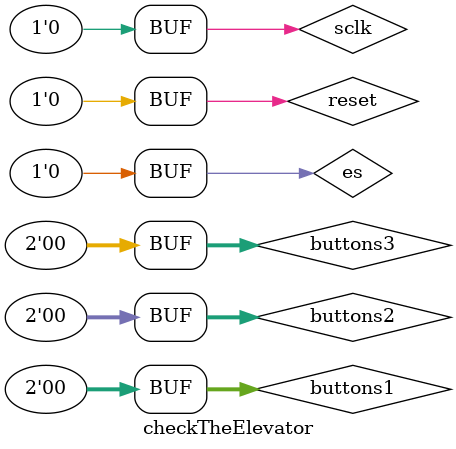
<source format=sv>
`timescale 1ns / 1ps


module checkTheElevator();
    logic es, reset, resetTimer;
    logic[1:0] buttons0, buttons1, buttons2, buttons3;
    logic [9:0] timer;
    logic [1:0] dirElevator;
    logic [2:0] onElevator;
    logic [1:0] posElevator;
    logic [3:0] waitFloor0, waitFloor1, waitFloor2, waitFloor3;
    logic [2:0] cS, nS;
    logic sclk;
    logic a,b,c,d,e,f,g,dp;
    logic [3:0] an;
    
                       
     logic [3:0]keyb_col;
      logic [1:0] desiredElPOOS;                 
    
    
    
    always
        begin 
            sclk = 1; #5; sclk = 0; #5;
        end
    //topModule myElevator(sclk, es, reset, resetTimer,buttons0, buttons1, buttons2, buttons3, keyb_col,a,b,c,d,e,f,g,dp,posElevator,an,cS, waitFloor1, waitFloor2);
    theElevator thisEl(sclk, es, reset, resetTimer, buttons0, buttons1, buttons2, buttons3,timer,dirElevator,onElevator,posElevator,waitFloor0, waitFloor1, waitFloor2, waitFloor3,cS, nS);  
        
     initial 
        begin
            es = 0;
            reset = 1;
            //buttons0 = 2'b10;
            //buttons1 = 2'b10;
            #7 reset = 0;
            #7 buttons1 = 2'b10;
            #7 buttons1 = 2'b00; 
            #7 buttons1 = 2'b10;
            #7 buttons1 = 2'b00;
            #7 buttons1 = 2'b10;
            #7 buttons1 = 2'b00;
            #7 buttons2 = 2'b10;
            #7 buttons2 = 2'b00;
            #7 buttons3 = 2'b10;
            #7 buttons3 = 2'b00; 
            #7 buttons3 = 2'b10;
            #7 buttons3 = 2'b00;
            #7 buttons3 = 2'b10;
            #7 buttons3 = 2'b00;
            #15
            buttons1 = 2'b00;
            #15 es = 1;
            #30 es = 0;
            //buttons1 = 2'b10;
            
        end   
    
endmodule

</source>
